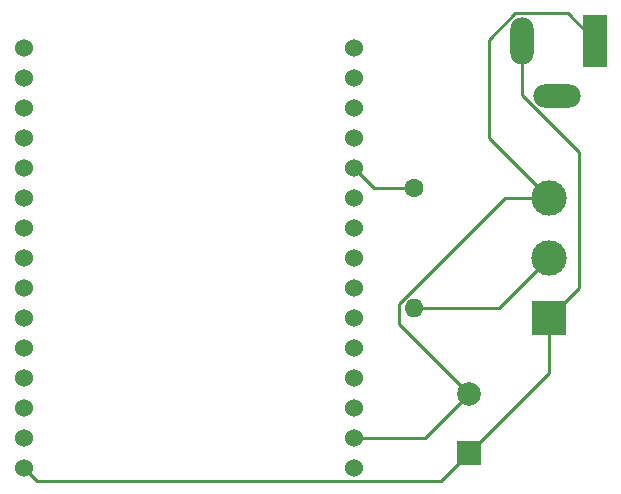
<source format=gbr>
%TF.GenerationSoftware,KiCad,Pcbnew,6.0.11-2627ca5db0~126~ubuntu22.04.1*%
%TF.CreationDate,2023-09-07T22:45:24+02:00*%
%TF.ProjectId,pcb,7063622e-6b69-4636-9164-5f7063625858,rev?*%
%TF.SameCoordinates,Original*%
%TF.FileFunction,Copper,L1,Top*%
%TF.FilePolarity,Positive*%
%FSLAX46Y46*%
G04 Gerber Fmt 4.6, Leading zero omitted, Abs format (unit mm)*
G04 Created by KiCad (PCBNEW 6.0.11-2627ca5db0~126~ubuntu22.04.1) date 2023-09-07 22:45:24*
%MOMM*%
%LPD*%
G01*
G04 APERTURE LIST*
%TA.AperFunction,ComponentPad*%
%ADD10O,1.600000X1.600000*%
%TD*%
%TA.AperFunction,ComponentPad*%
%ADD11C,1.600000*%
%TD*%
%TA.AperFunction,ComponentPad*%
%ADD12C,3.000000*%
%TD*%
%TA.AperFunction,ComponentPad*%
%ADD13R,3.000000X3.000000*%
%TD*%
%TA.AperFunction,ComponentPad*%
%ADD14O,4.000000X2.000000*%
%TD*%
%TA.AperFunction,ComponentPad*%
%ADD15O,2.000000X4.000000*%
%TD*%
%TA.AperFunction,ComponentPad*%
%ADD16R,2.000000X4.500000*%
%TD*%
%TA.AperFunction,ComponentPad*%
%ADD17C,2.000000*%
%TD*%
%TA.AperFunction,ComponentPad*%
%ADD18R,2.000000X2.000000*%
%TD*%
%TA.AperFunction,ComponentPad*%
%ADD19C,1.524000*%
%TD*%
%TA.AperFunction,Conductor*%
%ADD20C,0.250000*%
%TD*%
G04 APERTURE END LIST*
D10*
%TO.P,R1,2*%
%TO.N,Net-(R1-Pad2)*%
X87650000Y-118525000D03*
D11*
%TO.P,R1,1*%
%TO.N,Net-(R1-Pad1)*%
X87650000Y-108365000D03*
%TD*%
D12*
%TO.P,J2,3,Pin_3*%
%TO.N,Net-(C1-Pad2)*%
X99060000Y-109220000D03*
%TO.P,J2,2,Pin_2*%
%TO.N,Net-(R1-Pad2)*%
X99060000Y-114300000D03*
D13*
%TO.P,J2,1,Pin_1*%
%TO.N,Net-(C1-Pad1)*%
X99060000Y-119380000D03*
%TD*%
D14*
%TO.P,J1,3*%
%TO.N,N/C*%
X99770000Y-100620000D03*
D15*
%TO.P,J1,2*%
%TO.N,Net-(C1-Pad1)*%
X96770000Y-95920000D03*
D16*
%TO.P,J1,1*%
%TO.N,Net-(C1-Pad2)*%
X102970000Y-95920000D03*
%TD*%
D17*
%TO.P,C1,2*%
%TO.N,Net-(C1-Pad2)*%
X92275000Y-125828861D03*
D18*
%TO.P,C1,1*%
%TO.N,Net-(C1-Pad1)*%
X92275000Y-130828861D03*
%TD*%
D19*
%TO.P,U1,1,A0(ADC0)*%
%TO.N,unconnected-(U1-Pad1)*%
X54610000Y-96520000D03*
%TO.P,U1,2,RSV*%
%TO.N,unconnected-(U1-Pad2)*%
X54610000Y-99060000D03*
%TO.P,U1,3,RSV*%
%TO.N,unconnected-(U1-Pad3)*%
X54610000Y-101600000D03*
%TO.P,U1,4,SD3(GPIO10)*%
%TO.N,unconnected-(U1-Pad4)*%
X54610000Y-104140000D03*
%TO.P,U1,5,SD2(GPIO9)*%
%TO.N,unconnected-(U1-Pad5)*%
X54610000Y-106680000D03*
%TO.P,U1,6,SD1(MOSI)*%
%TO.N,unconnected-(U1-Pad6)*%
X54610000Y-109220000D03*
%TO.P,U1,7,CMD(CS)*%
%TO.N,unconnected-(U1-Pad7)*%
X54610000Y-111760000D03*
%TO.P,U1,8,SDO(MISO)*%
%TO.N,unconnected-(U1-Pad8)*%
X54610000Y-114300000D03*
%TO.P,U1,9,CLK(SCLK)*%
%TO.N,unconnected-(U1-Pad9)*%
X54610000Y-116840000D03*
%TO.P,U1,10,GND*%
%TO.N,unconnected-(U1-Pad10)*%
X54610000Y-119380000D03*
%TO.P,U1,11,3.3V*%
%TO.N,unconnected-(U1-Pad11)*%
X54610000Y-121920000D03*
%TO.P,U1,12,EN*%
%TO.N,unconnected-(U1-Pad12)*%
X54610000Y-124460000D03*
%TO.P,U1,13,RST*%
%TO.N,unconnected-(U1-Pad13)*%
X54610000Y-127000000D03*
%TO.P,U1,14,GND*%
%TO.N,unconnected-(U1-Pad14)*%
X54610000Y-129540000D03*
%TO.P,U1,15,VIN*%
%TO.N,Net-(C1-Pad1)*%
X54610000Y-132080000D03*
%TO.P,U1,16,3.3V*%
%TO.N,unconnected-(U1-Pad16)*%
X82550000Y-132080000D03*
%TO.P,U1,17,GND*%
%TO.N,Net-(C1-Pad2)*%
X82550000Y-129540000D03*
%TO.P,U1,18,TX(GPIO1)*%
%TO.N,unconnected-(U1-Pad18)*%
X82550000Y-127000000D03*
%TO.P,U1,19,RX(DPIO3)*%
%TO.N,unconnected-(U1-Pad19)*%
X82550000Y-124460000D03*
%TO.P,U1,20,D8(GPIO15)*%
%TO.N,unconnected-(U1-Pad20)*%
X82550000Y-121920000D03*
%TO.P,U1,21,D7(GPIO13)*%
%TO.N,unconnected-(U1-Pad21)*%
X82550000Y-119380000D03*
%TO.P,U1,22,D6(GPIO12)*%
%TO.N,unconnected-(U1-Pad22)*%
X82550000Y-116840000D03*
%TO.P,U1,23,D5(GPIO14)*%
%TO.N,unconnected-(U1-Pad23)*%
X82550000Y-114300000D03*
%TO.P,U1,24,GND*%
%TO.N,unconnected-(U1-Pad24)*%
X82550000Y-111760000D03*
%TO.P,U1,25,3.3V*%
%TO.N,unconnected-(U1-Pad25)*%
X82550000Y-109220000D03*
%TO.P,U1,26,D4(GPIO2)*%
%TO.N,Net-(R1-Pad1)*%
X82550000Y-106680000D03*
%TO.P,U1,27,D3(GPIO0)*%
%TO.N,unconnected-(U1-Pad27)*%
X82550000Y-104140000D03*
%TO.P,U1,28,D2(GPIO4)*%
%TO.N,unconnected-(U1-Pad28)*%
X82550000Y-101600000D03*
%TO.P,U1,29,D1(GPIO5)*%
%TO.N,unconnected-(U1-Pad29)*%
X82550000Y-99060000D03*
%TO.P,U1,30,D0(GPIO16)*%
%TO.N,unconnected-(U1-Pad30)*%
X82550000Y-96520000D03*
%TD*%
D20*
%TO.N,Net-(C1-Pad2)*%
X99060000Y-109220000D02*
X95364009Y-109220000D01*
X95364009Y-109220000D02*
X86360000Y-118224009D01*
X86360000Y-118224009D02*
X86360000Y-119913861D01*
X86360000Y-119913861D02*
X92275000Y-125828861D01*
%TO.N,Net-(R1-Pad2)*%
X99060000Y-114300000D02*
X94835000Y-118525000D01*
X94835000Y-118525000D02*
X87650000Y-118525000D01*
%TO.N,Net-(R1-Pad1)*%
X87650000Y-108365000D02*
X84235000Y-108365000D01*
X84235000Y-108365000D02*
X82550000Y-106680000D01*
%TO.N,Net-(C1-Pad2)*%
X102970000Y-95920000D02*
X100645000Y-93595000D01*
X100645000Y-93595000D02*
X96221167Y-93595000D01*
X93980000Y-104140000D02*
X99060000Y-109220000D01*
X96221167Y-93595000D02*
X93980000Y-95836167D01*
X93980000Y-95836167D02*
X93980000Y-104140000D01*
%TO.N,Net-(C1-Pad1)*%
X101600000Y-105323833D02*
X101600000Y-116840000D01*
X96770000Y-100493833D02*
X101600000Y-105323833D01*
X96770000Y-95920000D02*
X96770000Y-100493833D01*
X101600000Y-116840000D02*
X99060000Y-119380000D01*
%TO.N,Net-(C1-Pad2)*%
X82550000Y-129540000D02*
X88563861Y-129540000D01*
X88563861Y-129540000D02*
X92275000Y-125828861D01*
%TO.N,Net-(C1-Pad1)*%
X92275000Y-130828861D02*
X99060000Y-124043861D01*
X99060000Y-124043861D02*
X99060000Y-119380000D01*
X54610000Y-132080000D02*
X55697000Y-133167000D01*
X55697000Y-133167000D02*
X89936861Y-133167000D01*
X89936861Y-133167000D02*
X92275000Y-130828861D01*
%TD*%
M02*

</source>
